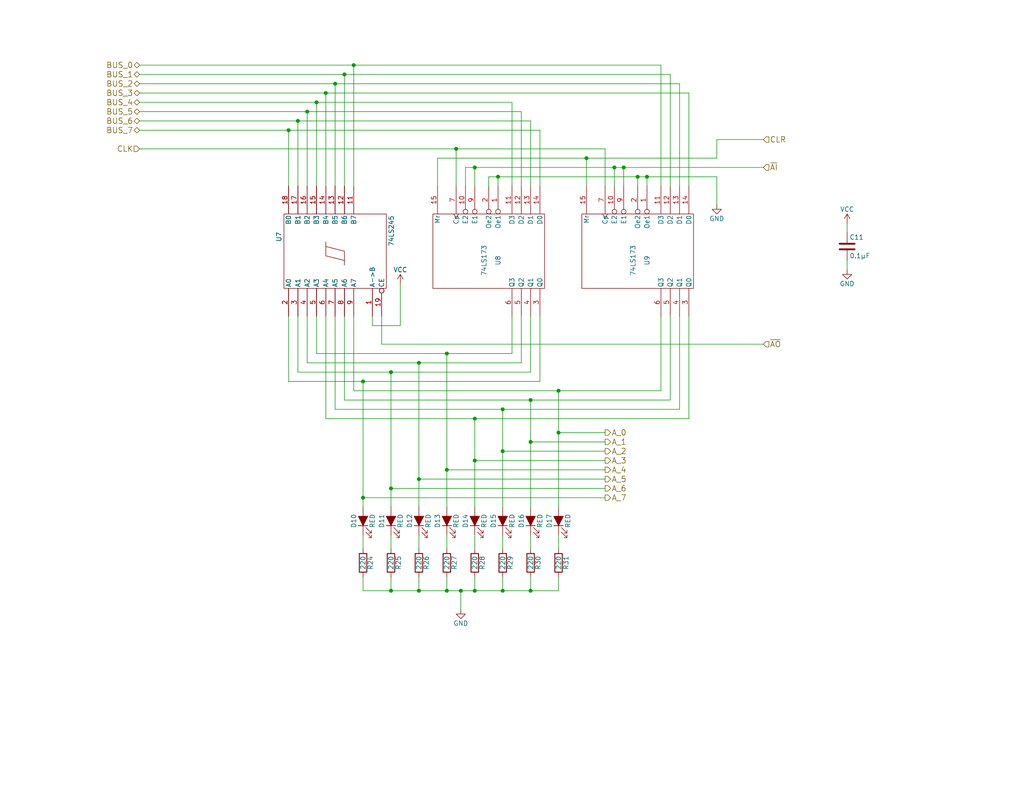
<source format=kicad_sch>
(kicad_sch (version 20230121) (generator eeschema)
  (paper "USLetter")
  (lib_symbols
    (symbol "8bit-computer-rescue:74LS173-8bit-computer-rescue" (pin_names (offset 0.254))
      (property "Reference" "U" (at 2.54 2.54 0))
      (property "Value" "8bit-computer-rescue:74LS173" (at 2.54 -1.27 0))
      (symbol "74LS173-8bit-computer-rescue_0_0"
        (pin power_in line (at -7.62 15.24 90) (length 0) hide (name "VCC") (number "16"))
        (pin power_in line (at -7.62 -15.24 90) (length 0) hide (name "GND") (number "8"))
      )
      (symbol "74LS173-8bit-computer-rescue_0_1"
        (rectangle (start -10.16 15.24) (end 10.16 -15.24))
      )
      (symbol "74LS173-8bit-computer-rescue_1_1"
        (pin input inverted (at -17.78 2.54 0) (length 7.62) (name "Oe1") (number "1"))
        (pin input inverted (at -17.78 -6.35 0) (length 7.62) (name "E2") (number "10"))
        (pin input line (at -17.78 6.35 0) (length 7.62) (name "D3") (number "11"))
        (pin input line (at -17.78 8.89 0) (length 7.62) (name "D2") (number "12"))
        (pin input line (at -17.78 11.43 0) (length 7.62) (name "D1") (number "13"))
        (pin input line (at -17.78 13.97 0) (length 7.62) (name "D0") (number "14"))
        (pin input line (at -17.78 -13.97 0) (length 7.62) (name "Mr") (number "15"))
        (pin input inverted (at -17.78 0 0) (length 7.62) (name "Oe2") (number "2"))
        (pin tri_state line (at 17.78 13.97 180) (length 7.62) (name "Q0") (number "3"))
        (pin tri_state line (at 17.78 11.43 180) (length 7.62) (name "Q1") (number "4"))
        (pin tri_state line (at 17.78 8.89 180) (length 7.62) (name "Q2") (number "5"))
        (pin tri_state line (at 17.78 6.35 180) (length 7.62) (name "Q3") (number "6"))
        (pin input clock (at -17.78 -8.89 0) (length 7.62) (name "Cp") (number "7"))
        (pin input inverted (at -17.78 -3.81 0) (length 7.62) (name "E1") (number "9"))
      )
    )
    (symbol "8bit-computer-rescue:74LS245-8bit-computer-rescue" (pin_names (offset 0.254))
      (property "Reference" "U" (at 2.54 14.605 0))
      (property "Value" "8bit-computer-rescue:74LS245" (at 1.27 -14.605 0))
      (symbol "74LS245-8bit-computer-rescue_0_0"
        (pin power_in line (at 0 -13.97 90) (length 0) hide (name "GND") (number "10"))
        (pin power_in line (at 0 13.97 270) (length 0) hide (name "VCC") (number "20"))
      )
      (symbol "74LS245-8bit-computer-rescue_0_1"
        (rectangle (start -10.16 13.97) (end 10.16 -13.97))
        (polyline (pts (xy 1.27 2.54) (xy 0 -2.54) (xy -2.54 -2.54)))
        (polyline (pts (xy 2.54 2.54) (xy -1.27 2.54) (xy -2.54 -2.54) (xy -3.81 -2.54)))
      )
      (symbol "74LS245-8bit-computer-rescue_1_1"
        (pin input line (at -17.78 -10.16 0) (length 7.62) (name "A->B") (number "1"))
        (pin tri_state line (at 17.78 -5.08 180) (length 7.62) (name "B7") (number "11"))
        (pin tri_state line (at 17.78 -2.54 180) (length 7.62) (name "B6") (number "12"))
        (pin tri_state line (at 17.78 0 180) (length 7.62) (name "B5") (number "13"))
        (pin tri_state line (at 17.78 2.54 180) (length 7.62) (name "B4") (number "14"))
        (pin tri_state line (at 17.78 5.08 180) (length 7.62) (name "B3") (number "15"))
        (pin tri_state line (at 17.78 7.62 180) (length 7.62) (name "B2") (number "16"))
        (pin tri_state line (at 17.78 10.16 180) (length 7.62) (name "B1") (number "17"))
        (pin tri_state line (at 17.78 12.7 180) (length 7.62) (name "B0") (number "18"))
        (pin input inverted (at -17.78 -12.7 0) (length 7.62) (name "CE") (number "19"))
        (pin tri_state line (at -17.78 12.7 0) (length 7.62) (name "A0") (number "2"))
        (pin tri_state line (at -17.78 10.16 0) (length 7.62) (name "A1") (number "3"))
        (pin tri_state line (at -17.78 7.62 0) (length 7.62) (name "A2") (number "4"))
        (pin tri_state line (at -17.78 5.08 0) (length 7.62) (name "A3") (number "5"))
        (pin tri_state line (at -17.78 2.54 0) (length 7.62) (name "A4") (number "6"))
        (pin tri_state line (at -17.78 0 0) (length 7.62) (name "A5") (number "7"))
        (pin tri_state line (at -17.78 -2.54 0) (length 7.62) (name "A6") (number "8"))
        (pin tri_state line (at -17.78 -5.08 0) (length 7.62) (name "A7") (number "9"))
      )
    )
    (symbol "8bit-computer-rescue:LED_ALT-Device" (pin_numbers hide) (pin_names (offset 1.016) hide)
      (property "Reference" "D" (at 0 2.54 0))
      (property "Value" "Device:LED_ALT" (at 0 -2.54 0))
      (symbol "LED_ALT-Device_0_1"
        (polyline (pts (xy -1.27 -1.27) (xy -1.27 1.27)) (stroke (width 0.2032)))
        (polyline (pts (xy -1.27 0) (xy 1.27 0)))
        (polyline (pts (xy 1.27 -1.27) (xy 1.27 1.27) (xy -1.27 0) (xy 1.27 -1.27)) (stroke (width 0.2032)) (fill (type outline)))
        (polyline (pts (xy -3.048 -0.762) (xy -4.572 -2.286) (xy -3.81 -2.286) (xy -4.572 -2.286) (xy -4.572 -1.524)))
        (polyline (pts (xy -1.778 -0.762) (xy -3.302 -2.286) (xy -2.54 -2.286) (xy -3.302 -2.286) (xy -3.302 -1.524)))
      )
      (symbol "LED_ALT-Device_1_1"
        (pin passive line (at -3.81 0 0) (length 2.54) (name "K") (number "1"))
        (pin passive line (at 3.81 0 180) (length 2.54) (name "A") (number "2"))
      )
    )
    (symbol "Device:C" (pin_numbers hide) (pin_names (offset 0.254))
      (property "Reference" "C" (at 0.635 2.54 0))
      (property "Value" "C" (at 0.635 -2.54 0))
      (symbol "C_0_1"
        (polyline (pts (xy -2.032 -0.762) (xy 2.032 -0.762)) (stroke (width 0.508)))
        (polyline (pts (xy -2.032 0.762) (xy 2.032 0.762)) (stroke (width 0.508)))
      )
      (symbol "C_1_1"
        (pin passive line (at 0 3.81 270) (length 2.794) (name "~") (number "1"))
        (pin passive line (at 0 -3.81 90) (length 2.794) (name "~") (number "2"))
      )
    )
    (symbol "Device:R" (pin_numbers hide) (pin_names (offset 0))
      (property "Reference" "R" (at 2.032 0 90))
      (property "Value" "R" (at 0 0 90))
      (symbol "R_0_1"
        (rectangle (start -1.016 -2.54) (end 1.016 2.54) (stroke (width 0.254)))
      )
      (symbol "R_1_1"
        (pin passive line (at 0 3.81 270) (length 1.27) (name "~") (number "1"))
        (pin passive line (at 0 -3.81 90) (length 1.27) (name "~") (number "2"))
      )
    )
    (symbol "power:GND" (power) (pin_names (offset 0))
      (property "Value" "GND" (at 0 -3.81 0))
      (symbol "GND_0_1"
        (polyline (pts (xy 0 0) (xy 0 -1.27) (xy 1.27 -1.27) (xy 0 -2.54) (xy -1.27 -1.27) (xy 0 -1.27)))
      )
      (symbol "GND_1_1"
        (pin power_in line (at 0 0 270) (length 0) hide (name "GND") (number "1"))
      )
    )
    (symbol "power:VCC" (power) (pin_names (offset 0))
      (property "Value" "VCC" (at 0 3.81 0))
      (symbol "VCC_0_1"
        (polyline (pts (xy -0.762 1.27) (xy 0 2.54)))
        (polyline (pts (xy 0 0) (xy 0 2.54)))
        (polyline (pts (xy 0 2.54) (xy 0.762 1.27)))
      )
      (symbol "VCC_1_1"
        (pin power_in line (at 0 0 90) (length 0) hide (name "VCC") (number "1"))
      )
    )
  )
  (junction (at 106.68 133.35))
  (junction (at 121.92 96.52))
  (junction (at 121.92 128.27))
  (junction (at 91.44 22.86))
  (junction (at 106.68 161.29))
  (junction (at 124.46 40.64))
  (junction (at 99.06 104.14))
  (junction (at 129.54 125.73))
  (junction (at 144.78 109.22))
  (junction (at 81.28 33.02))
  (junction (at 152.4 106.68))
  (junction (at 129.54 45.72))
  (junction (at 170.18 45.72))
  (junction (at 106.68 101.6))
  (junction (at 83.82 30.48))
  (junction (at 135.89 48.26))
  (junction (at 96.52 17.78))
  (junction (at 125.73 161.29))
  (junction (at 167.64 45.72))
  (junction (at 152.4 118.11))
  (junction (at 86.36 27.94))
  (junction (at 114.3 130.81))
  (junction (at 121.92 161.29))
  (junction (at 144.78 120.65))
  (junction (at 160.02 43.18))
  (junction (at 129.54 114.3))
  (junction (at 88.9 25.4))
  (junction (at 137.16 123.19))
  (junction (at 129.54 161.29))
  (junction (at 99.06 135.89))
  (junction (at 137.16 111.76))
  (junction (at 78.74 35.56))
  (junction (at 114.3 161.29))
  (junction (at 176.53 48.26))
  (junction (at 144.78 161.29))
  (junction (at 173.99 48.26))
  (junction (at 114.3 99.06))
  (junction (at 93.98 20.32))
  (junction (at 137.16 161.29))
  (wire (pts (xy 170.18 45.72) (xy 170.18 50.8)))
  (wire (pts (xy 81.28 33.02) (xy 81.28 50.8)))
  (wire (pts (xy 125.73 166.37) (xy 125.73 161.29)))
  (wire (pts (xy 106.68 101.6) (xy 144.78 101.6)))
  (wire (pts (xy 144.78 161.29) (xy 152.4 161.29)))
  (wire (pts (xy 99.06 135.89) (xy 99.06 138.43)))
  (wire (pts (xy 195.58 48.26) (xy 195.58 55.88)))
  (wire (pts (xy 91.44 22.86) (xy 185.42 22.86)))
  (wire (pts (xy 129.54 125.73) (xy 129.54 138.43)))
  (wire (pts (xy 129.54 45.72) (xy 167.64 45.72)))
  (wire (pts (xy 142.24 30.48) (xy 142.24 50.8)))
  (wire (pts (xy 81.28 101.6) (xy 106.68 101.6)))
  (wire (pts (xy 106.68 161.29) (xy 114.3 161.29)))
  (wire (pts (xy 125.73 161.29) (xy 129.54 161.29)))
  (wire (pts (xy 144.78 33.02) (xy 144.78 50.8)))
  (wire (pts (xy 83.82 99.06) (xy 114.3 99.06)))
  (wire (pts (xy 176.53 48.26) (xy 195.58 48.26)))
  (wire (pts (xy 106.68 133.35) (xy 106.68 138.43)))
  (wire (pts (xy 78.74 104.14) (xy 99.06 104.14)))
  (wire (pts (xy 167.64 45.72) (xy 167.64 50.8)))
  (wire (pts (xy 137.16 161.29) (xy 144.78 161.29)))
  (wire (pts (xy 195.58 38.1) (xy 208.28 38.1)))
  (wire (pts (xy 129.54 146.05) (xy 129.54 149.86)))
  (wire (pts (xy 106.68 101.6) (xy 106.68 133.35)))
  (wire (pts (xy 38.1 35.56) (xy 78.74 35.56)))
  (wire (pts (xy 38.1 33.02) (xy 81.28 33.02)))
  (wire (pts (xy 165.1 133.35) (xy 106.68 133.35)))
  (wire (pts (xy 88.9 114.3) (xy 129.54 114.3)))
  (wire (pts (xy 152.4 106.68) (xy 152.4 118.11)))
  (wire (pts (xy 93.98 20.32) (xy 93.98 50.8)))
  (wire (pts (xy 152.4 161.29) (xy 152.4 157.48)))
  (wire (pts (xy 106.68 157.48) (xy 106.68 161.29)))
  (wire (pts (xy 129.54 157.48) (xy 129.54 161.29)))
  (wire (pts (xy 101.6 88.9) (xy 109.22 88.9)))
  (wire (pts (xy 142.24 99.06) (xy 142.24 86.36)))
  (wire (pts (xy 160.02 43.18) (xy 195.58 43.18)))
  (wire (pts (xy 139.7 27.94) (xy 139.7 50.8)))
  (wire (pts (xy 185.42 22.86) (xy 185.42 50.8)))
  (wire (pts (xy 147.32 104.14) (xy 147.32 86.36)))
  (wire (pts (xy 195.58 43.18) (xy 195.58 38.1)))
  (wire (pts (xy 99.06 146.05) (xy 99.06 149.86)))
  (wire (pts (xy 121.92 146.05) (xy 121.92 149.86)))
  (wire (pts (xy 133.35 48.26) (xy 135.89 48.26)))
  (wire (pts (xy 38.1 22.86) (xy 91.44 22.86)))
  (wire (pts (xy 101.6 86.36) (xy 101.6 88.9)))
  (wire (pts (xy 99.06 104.14) (xy 99.06 135.89)))
  (wire (pts (xy 147.32 35.56) (xy 147.32 50.8)))
  (wire (pts (xy 129.54 161.29) (xy 137.16 161.29)))
  (wire (pts (xy 114.3 161.29) (xy 121.92 161.29)))
  (wire (pts (xy 129.54 114.3) (xy 187.96 114.3)))
  (wire (pts (xy 167.64 45.72) (xy 170.18 45.72)))
  (wire (pts (xy 137.16 146.05) (xy 137.16 149.86)))
  (wire (pts (xy 93.98 86.36) (xy 93.98 109.22)))
  (wire (pts (xy 78.74 86.36) (xy 78.74 104.14)))
  (wire (pts (xy 165.1 40.64) (xy 165.1 50.8)))
  (wire (pts (xy 78.74 35.56) (xy 78.74 50.8)))
  (wire (pts (xy 173.99 48.26) (xy 173.99 50.8)))
  (wire (pts (xy 144.78 101.6) (xy 144.78 86.36)))
  (wire (pts (xy 133.35 50.8) (xy 133.35 48.26)))
  (wire (pts (xy 137.16 157.48) (xy 137.16 161.29)))
  (wire (pts (xy 121.92 96.52) (xy 139.7 96.52)))
  (wire (pts (xy 137.16 123.19) (xy 137.16 138.43)))
  (wire (pts (xy 144.78 157.48) (xy 144.78 161.29)))
  (wire (pts (xy 180.34 17.78) (xy 180.34 50.8)))
  (wire (pts (xy 114.3 99.06) (xy 114.3 130.81)))
  (wire (pts (xy 152.4 106.68) (xy 180.34 106.68)))
  (wire (pts (xy 99.06 104.14) (xy 147.32 104.14)))
  (wire (pts (xy 83.82 30.48) (xy 83.82 50.8)))
  (wire (pts (xy 135.89 48.26) (xy 135.89 50.8)))
  (wire (pts (xy 96.52 86.36) (xy 96.52 106.68)))
  (wire (pts (xy 165.1 120.65) (xy 144.78 120.65)))
  (wire (pts (xy 165.1 118.11) (xy 152.4 118.11)))
  (wire (pts (xy 127 50.8) (xy 127 45.72)))
  (wire (pts (xy 38.1 20.32) (xy 93.98 20.32)))
  (wire (pts (xy 182.88 109.22) (xy 182.88 86.36)))
  (wire (pts (xy 152.4 146.05) (xy 152.4 149.86)))
  (wire (pts (xy 99.06 157.48) (xy 99.06 161.29)))
  (wire (pts (xy 114.3 157.48) (xy 114.3 161.29)))
  (wire (pts (xy 127 45.72) (xy 129.54 45.72)))
  (wire (pts (xy 135.89 48.26) (xy 173.99 48.26)))
  (wire (pts (xy 88.9 25.4) (xy 187.96 25.4)))
  (wire (pts (xy 144.78 146.05) (xy 144.78 149.86)))
  (wire (pts (xy 173.99 48.26) (xy 176.53 48.26)))
  (wire (pts (xy 93.98 20.32) (xy 182.88 20.32)))
  (wire (pts (xy 121.92 128.27) (xy 121.92 138.43)))
  (wire (pts (xy 119.38 43.18) (xy 160.02 43.18)))
  (wire (pts (xy 182.88 20.32) (xy 182.88 50.8)))
  (wire (pts (xy 165.1 135.89) (xy 99.06 135.89)))
  (wire (pts (xy 88.9 86.36) (xy 88.9 114.3)))
  (wire (pts (xy 119.38 50.8) (xy 119.38 43.18)))
  (wire (pts (xy 114.3 146.05) (xy 114.3 149.86)))
  (wire (pts (xy 170.18 45.72) (xy 208.28 45.72)))
  (wire (pts (xy 129.54 125.73) (xy 165.1 125.73)))
  (wire (pts (xy 38.1 17.78) (xy 96.52 17.78)))
  (wire (pts (xy 81.28 33.02) (xy 144.78 33.02)))
  (wire (pts (xy 86.36 96.52) (xy 121.92 96.52)))
  (wire (pts (xy 91.44 22.86) (xy 91.44 50.8)))
  (wire (pts (xy 104.14 86.36) (xy 104.14 93.98)))
  (wire (pts (xy 114.3 130.81) (xy 114.3 138.43)))
  (wire (pts (xy 78.74 35.56) (xy 147.32 35.56)))
  (wire (pts (xy 231.14 71.12) (xy 231.14 73.66)))
  (wire (pts (xy 144.78 120.65) (xy 144.78 138.43)))
  (wire (pts (xy 137.16 111.76) (xy 185.42 111.76)))
  (wire (pts (xy 86.36 86.36) (xy 86.36 96.52)))
  (wire (pts (xy 152.4 118.11) (xy 152.4 138.43)))
  (wire (pts (xy 96.52 106.68) (xy 152.4 106.68)))
  (wire (pts (xy 129.54 45.72) (xy 129.54 50.8)))
  (wire (pts (xy 96.52 17.78) (xy 180.34 17.78)))
  (wire (pts (xy 124.46 40.64) (xy 165.1 40.64)))
  (wire (pts (xy 180.34 106.68) (xy 180.34 86.36)))
  (wire (pts (xy 99.06 161.29) (xy 106.68 161.29)))
  (wire (pts (xy 144.78 109.22) (xy 144.78 120.65)))
  (wire (pts (xy 114.3 130.81) (xy 165.1 130.81)))
  (wire (pts (xy 165.1 123.19) (xy 137.16 123.19)))
  (wire (pts (xy 187.96 25.4) (xy 187.96 50.8)))
  (wire (pts (xy 88.9 25.4) (xy 88.9 50.8)))
  (wire (pts (xy 121.92 128.27) (xy 165.1 128.27)))
  (wire (pts (xy 86.36 27.94) (xy 139.7 27.94)))
  (wire (pts (xy 109.22 88.9) (xy 109.22 77.47)))
  (wire (pts (xy 231.14 60.96) (xy 231.14 63.5)))
  (wire (pts (xy 187.96 114.3) (xy 187.96 86.36)))
  (wire (pts (xy 176.53 48.26) (xy 176.53 50.8)))
  (wire (pts (xy 81.28 86.36) (xy 81.28 101.6)))
  (wire (pts (xy 83.82 86.36) (xy 83.82 99.06)))
  (wire (pts (xy 38.1 27.94) (xy 86.36 27.94)))
  (wire (pts (xy 121.92 161.29) (xy 125.73 161.29)))
  (wire (pts (xy 104.14 93.98) (xy 208.28 93.98)))
  (wire (pts (xy 129.54 114.3) (xy 129.54 125.73)))
  (wire (pts (xy 121.92 157.48) (xy 121.92 161.29)))
  (wire (pts (xy 144.78 109.22) (xy 182.88 109.22)))
  (wire (pts (xy 93.98 109.22) (xy 144.78 109.22)))
  (wire (pts (xy 38.1 30.48) (xy 83.82 30.48)))
  (wire (pts (xy 121.92 96.52) (xy 121.92 128.27)))
  (wire (pts (xy 106.68 146.05) (xy 106.68 149.86)))
  (wire (pts (xy 91.44 111.76) (xy 137.16 111.76)))
  (wire (pts (xy 83.82 30.48) (xy 142.24 30.48)))
  (wire (pts (xy 114.3 99.06) (xy 142.24 99.06)))
  (wire (pts (xy 86.36 50.8) (xy 86.36 27.94)))
  (wire (pts (xy 185.42 111.76) (xy 185.42 86.36)))
  (wire (pts (xy 91.44 86.36) (xy 91.44 111.76)))
  (wire (pts (xy 160.02 43.18) (xy 160.02 50.8)))
  (wire (pts (xy 96.52 17.78) (xy 96.52 50.8)))
  (wire (pts (xy 124.46 40.64) (xy 124.46 50.8)))
  (wire (pts (xy 139.7 96.52) (xy 139.7 86.36)))
  (wire (pts (xy 137.16 111.76) (xy 137.16 123.19)))
  (wire (pts (xy 38.1 40.64) (xy 124.46 40.64)))
  (wire (pts (xy 38.1 25.4) (xy 88.9 25.4)))
  (hierarchical_label "A_2" (shape output) (at 165.1 123.19 0) (effects (font (size 1.524 1.524))))
  (hierarchical_label "BUS_6" (shape bidirectional) (at 38.1 33.02 180) (effects (font (size 1.524 1.524))))
  (hierarchical_label "BUS_1" (shape bidirectional) (at 38.1 20.32 180) (effects (font (size 1.524 1.524))))
  (hierarchical_label "A_6" (shape output) (at 165.1 133.35 0) (effects (font (size 1.524 1.524))))
  (hierarchical_label "A_4" (shape output) (at 165.1 128.27 0) (effects (font (size 1.524 1.524))))
  (hierarchical_label "A_1" (shape output) (at 165.1 120.65 0) (effects (font (size 1.524 1.524))))
  (hierarchical_label "A_5" (shape output) (at 165.1 130.81 0) (effects (font (size 1.524 1.524))))
  (hierarchical_label "BUS_4" (shape bidirectional) (at 38.1 27.94 180) (effects (font (size 1.524 1.524))))
  (hierarchical_label "~{AI}" (shape input) (at 208.28 45.72 0) (effects (font (size 1.524 1.524))))
  (hierarchical_label "~{AO}" (shape input) (at 208.28 93.98 0) (effects (font (size 1.524 1.524))))
  (hierarchical_label "BUS_3" (shape bidirectional) (at 38.1 25.4 180) (effects (font (size 1.524 1.524))))
  (hierarchical_label "A_0" (shape output) (at 165.1 118.11 0) (effects (font (size 1.524 1.524))))
  (hierarchical_label "BUS_5" (shape bidirectional) (at 38.1 30.48 180) (effects (font (size 1.524 1.524))))
  (hierarchical_label "A_3" (shape output) (at 165.1 125.73 0) (effects (font (size 1.524 1.524))))
  (hierarchical_label "CLR" (shape input) (at 208.28 38.1 0) (effects (font (size 1.524 1.524))))
  (hierarchical_label "BUS_0" (shape bidirectional) (at 38.1 17.78 180) (effects (font (size 1.524 1.524))))
  (hierarchical_label "BUS_2" (shape bidirectional) (at 38.1 22.86 180) (effects (font (size 1.524 1.524))))
  (hierarchical_label "A_7" (shape output) (at 165.1 135.89 0) (effects (font (size 1.524 1.524))))
  (hierarchical_label "BUS_7" (shape bidirectional) (at 38.1 35.56 180) (effects (font (size 1.524 1.524))))
  (hierarchical_label "CLK" (shape input) (at 38.1 40.64 180) (effects (font (size 1.524 1.524))))
  (symbol (lib_id "8bit-computer-rescue:74LS173-8bit-computer-rescue") (at 133.35 68.58 270) (unit 1)
    (property "Reference" "U8" (at 135.89 71.12 0))
    (property "Value" "74LS173" (at 132.08 71.12 0))
    (property "Footprint" "Package_DIP:DIP-16_W7.62mm" (effects hide))
  )
  (symbol (lib_id "8bit-computer-rescue:LED_ALT-Device") (at 114.3 142.24 90) (unit 1)
    (property "Reference" "D12" (at 111.76 142.24 0))
    (property "Value" "RED" (at 116.84 142.24 0))
    (property "Footprint" "LED_THT:LED_D5.0mm" (effects hide))
  )
  (symbol (lib_id "8bit-computer-rescue:LED_ALT-Device") (at 144.78 142.24 90) (unit 1)
    (property "Reference" "D16" (at 142.24 142.24 0))
    (property "Value" "RED" (at 147.32 142.24 0))
    (property "Footprint" "LED_THT:LED_D5.0mm" (effects hide))
  )
  (symbol (lib_id "8bit-computer-rescue:LED_ALT-Device") (at 152.4 142.24 90) (unit 1)
    (property "Reference" "D17" (at 149.86 142.24 0))
    (property "Value" "RED" (at 154.94 142.24 0))
    (property "Footprint" "LED_THT:LED_D5.0mm" (effects hide))
  )
  (symbol (lib_id "Device:R") (at 114.3 153.67 0) (unit 1)
    (property "Reference" "R26" (at 116.332 153.67 90))
    (property "Value" "220" (at 114.3 153.67 90))
    (property "Footprint" "Resistor_THT:R_Axial_DIN0207_L6.3mm_D2.5mm_P7.62mm_Horizontal" (effects hide))
  )
  (symbol (lib_id "Device:R") (at 121.92 153.67 0) (unit 1)
    (property "Reference" "R27" (at 123.952 153.67 90))
    (property "Value" "220" (at 121.92 153.67 90))
    (property "Footprint" "Resistor_THT:R_Axial_DIN0207_L6.3mm_D2.5mm_P7.62mm_Horizontal" (effects hide))
  )
  (symbol (lib_id "Device:R") (at 137.16 153.67 0) (unit 1)
    (property "Reference" "R29" (at 139.192 153.67 90))
    (property "Value" "220" (at 137.16 153.67 90))
    (property "Footprint" "Resistor_THT:R_Axial_DIN0207_L6.3mm_D2.5mm_P7.62mm_Horizontal" (effects hide))
  )
  (symbol (lib_id "Device:R") (at 152.4 153.67 0) (unit 1)
    (property "Reference" "R31" (at 154.432 153.67 90))
    (property "Value" "220" (at 152.4 153.67 90))
    (property "Footprint" "Resistor_THT:R_Axial_DIN0207_L6.3mm_D2.5mm_P7.62mm_Horizontal" (effects hide))
  )
  (symbol (lib_id "power:VCC") (at 109.22 77.47 0) (unit 1)
    (property "Reference" "#PWR015" (effects hide))
    (property "Value" "VCC" (at 109.22 73.66 0))
  )
  (symbol (lib_id "8bit-computer-rescue:74LS173-8bit-computer-rescue") (at 173.99 68.58 270) (unit 1)
    (property "Reference" "U9" (at 176.53 71.12 0))
    (property "Value" "74LS173" (at 172.72 71.12 0))
    (property "Footprint" "Package_DIP:DIP-16_W7.62mm" (effects hide))
  )
  (symbol (lib_id "8bit-computer-rescue:74LS245-8bit-computer-rescue") (at 91.44 68.58 90) (unit 1)
    (property "Reference" "U7" (at 76.835 66.04 0) (effects (justify left bottom)))
    (property "Value" "74LS245" (at 106.045 67.31 0) (effects (justify left top)))
    (property "Footprint" "Package_DIP:DIP-20_W7.62mm" (effects hide))
  )
  (symbol (lib_id "8bit-computer-rescue:LED_ALT-Device") (at 99.06 142.24 90) (unit 1)
    (property "Reference" "D10" (at 96.52 142.24 0))
    (property "Value" "RED" (at 101.6 142.24 0))
    (property "Footprint" "LED_THT:LED_D5.0mm" (effects hide))
  )
  (symbol (lib_id "8bit-computer-rescue:LED_ALT-Device") (at 106.68 142.24 90) (unit 1)
    (property "Reference" "D11" (at 104.14 142.24 0))
    (property "Value" "RED" (at 109.22 142.24 0))
    (property "Footprint" "LED_THT:LED_D5.0mm" (effects hide))
  )
  (symbol (lib_id "8bit-computer-rescue:LED_ALT-Device") (at 121.92 142.24 90) (unit 1)
    (property "Reference" "D13" (at 119.38 142.24 0))
    (property "Value" "RED" (at 124.46 142.24 0))
    (property "Footprint" "LED_THT:LED_D5.0mm" (effects hide))
  )
  (symbol (lib_id "8bit-computer-rescue:LED_ALT-Device") (at 129.54 142.24 90) (unit 1)
    (property "Reference" "D14" (at 127 142.24 0))
    (property "Value" "RED" (at 132.08 142.24 0))
    (property "Footprint" "LED_THT:LED_D5.0mm" (effects hide))
  )
  (symbol (lib_id "8bit-computer-rescue:LED_ALT-Device") (at 137.16 142.24 90) (unit 1)
    (property "Reference" "D15" (at 134.62 142.24 0))
    (property "Value" "RED" (at 139.7 142.24 0))
    (property "Footprint" "LED_THT:LED_D5.0mm" (effects hide))
  )
  (symbol (lib_id "Device:R") (at 99.06 153.67 0) (unit 1)
    (property "Reference" "R24" (at 101.092 153.67 90))
    (property "Value" "220" (at 99.06 153.67 90))
    (property "Footprint" "Resistor_THT:R_Axial_DIN0207_L6.3mm_D2.5mm_P7.62mm_Horizontal" (effects hide))
  )
  (symbol (lib_id "Device:R") (at 106.68 153.67 0) (unit 1)
    (property "Reference" "R25" (at 108.712 153.67 90))
    (property "Value" "220" (at 106.68 153.67 90))
    (property "Footprint" "Resistor_THT:R_Axial_DIN0207_L6.3mm_D2.5mm_P7.62mm_Horizontal" (effects hide))
  )
  (symbol (lib_id "Device:R") (at 129.54 153.67 0) (unit 1)
    (property "Reference" "R28" (at 131.572 153.67 90))
    (property "Value" "220" (at 129.54 153.67 90))
    (property "Footprint" "Resistor_THT:R_Axial_DIN0207_L6.3mm_D2.5mm_P7.62mm_Horizontal" (effects hide))
  )
  (symbol (lib_id "Device:R") (at 144.78 153.67 0) (unit 1)
    (property "Reference" "R30" (at 146.812 153.67 90))
    (property "Value" "220" (at 144.78 153.67 90))
    (property "Footprint" "Resistor_THT:R_Axial_DIN0207_L6.3mm_D2.5mm_P7.62mm_Horizontal" (effects hide))
  )
  (symbol (lib_id "power:GND") (at 125.73 166.37 0) (unit 1)
    (property "Reference" "#PWR014" (effects hide))
    (property "Value" "GND" (at 125.73 170.18 0))
  )
  (symbol (lib_id "power:GND") (at 195.58 55.88 0) (unit 1)
    (property "Reference" "#PWR016" (effects hide))
    (property "Value" "GND" (at 195.58 59.69 0))
  )
  (symbol (lib_id "Device:C") (at 231.14 67.31 0) (unit 1)
    (property "Reference" "C11" (at 231.775 64.77 0) (effects (justify left)))
    (property "Value" "0.1µF" (at 231.775 69.85 0) (effects (justify left)))
    (property "Footprint" "Capacitor_THT:C_Disc_D4.3mm_W1.9mm_P5.00mm" (effects hide))
  )
  (symbol (lib_id "power:GND") (at 231.14 73.66 0) (unit 1)
    (property "Reference" "#PWR017" (effects hide))
    (property "Value" "GND" (at 231.14 77.47 0))
  )
  (symbol (lib_id "power:VCC") (at 231.14 60.96 0) (unit 1)
    (property "Reference" "#PWR018" (effects hide))
    (property "Value" "VCC" (at 231.14 57.15 0))
  )
)
</source>
